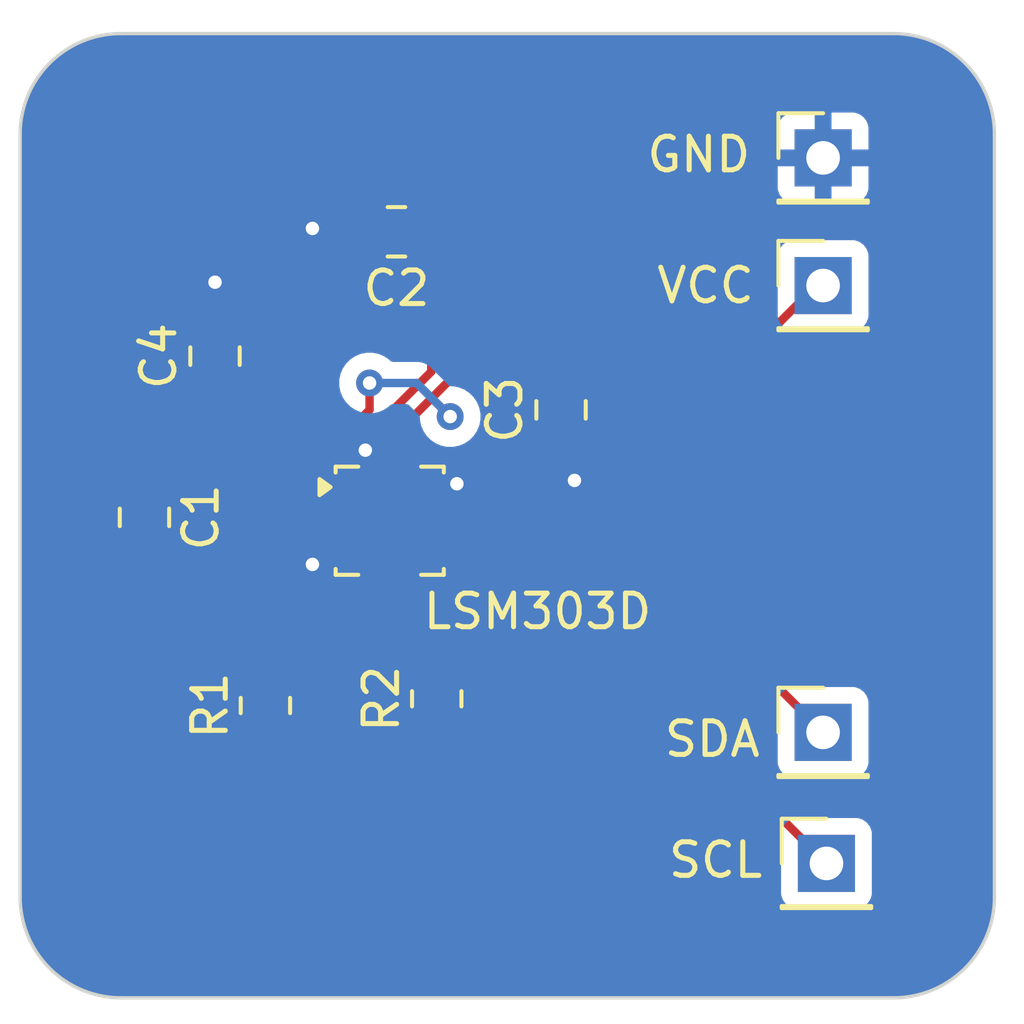
<source format=kicad_pcb>
(kicad_pcb (version 20241229) (generator "pcbnew") (generator_version "9.0")
  (layers (0 "F.Cu" signal) (2 "B.Cu" signal) (13 "F.Paste" user) (15 "B.Paste" user) (5 "F.SilkS" user "F.Silkscreen") (7 "B.SilkS" user "B.Silkscreen") (1 "F.Mask" user) (3 "B.Mask" user) (25 "Edge.Cuts" user))
  (net 0 "")
  (net 1 "Net-(U1-SETC)")
  (net 2 "Net-(U1-SETP)")
  (net 3 "Net-(U1-C1)")
  (net 4 "GND")
  (net 5 "3.3V")
  (net 6 "SDA")
  (net 7 "SCL")
  (footprint "Package_LGA:LGA-16_3x3mm_P0.5mm_LayoutBorder3x5y" (layer "F.Cu") (at 171 103.9)
    (property "Reference" "LSM303D" (at 4.4 2.7 0) (layer "F.SilkS"))
    (property "Value" "LSM303D")
    (fp_line (start -1.61 -1.61) (end -0.935 -1.61) (stroke (width 0.12)) (layer "F.SilkS"))
    (fp_line (start -1.61 -1.435) (end -1.61 -1.61) (stroke (width 0.12)) (layer "F.SilkS"))
    (fp_line (start -1.61 1.61) (end -1.61 1.435) (stroke (width 0.12)) (layer "F.SilkS"))
    (fp_line (start -0.935 1.61) (end -1.61 1.61) (stroke (width 0.12)) (layer "F.SilkS"))
    (fp_line (start 0.935 -1.61) (end 1.61 -1.61) (stroke (width 0.12)) (layer "F.SilkS"))
    (fp_line (start 1.61 -1.61) (end 1.61 -1.435) (stroke (width 0.12)) (layer "F.SilkS"))
    (fp_line (start 1.61 1.435) (end 1.61 1.61) (stroke (width 0.12)) (layer "F.SilkS"))
    (fp_line (start 1.61 1.61) (end 0.935 1.61) (stroke (width 0.12)) (layer "F.SilkS"))
    (fp_poly (pts (xy -1.76 -1) (xy -2.09 -0.76) (xy -2.09 -1.24)) (stroke (width 0.12)) (fill yes) (layer "F.SilkS"))
    (pad "1" smd roundrect (at -1.225 -1) (size 0.55 0.35) (layers "F.Cu" "F.Mask" "F.Paste") (net 5 "3.3V"))
    (pad "2" smd roundrect (at -1.225 -0.5) (size 0.55 0.35) (layers "F.Cu" "F.Mask" "F.Paste") (net 1 "Net-(U1-SETC)"))
    (pad "3" smd roundrect (at -1.225 0) (size 0.55 0.35) (layers "F.Cu" "F.Mask" "F.Paste") (net 2 "Net-(U1-SETP)"))
    (pad "4" smd roundrect (at -1.225 0.5) (size 0.55 0.35) (layers "F.Cu" "F.Mask" "F.Paste") (net 7 "SCL"))
    (pad "5" smd roundrect (at -1.225 1) (size 0.55 0.35) (layers "F.Cu" "F.Mask" "F.Paste") (net 4 "GND"))
    (pad "6" smd roundrect (at -0.5 1.225) (size 0.35 0.55) (layers "F.Cu" "F.Mask" "F.Paste") (net 6 "SDA"))
    (pad "7" smd roundrect (at 0 1.225) (size 0.35 0.55) (layers "F.Cu" "F.Mask" "F.Paste"))
    (pad "8" smd roundrect (at 0.5 1.225) (size 0.35 0.55) (layers "F.Cu" "F.Mask" "F.Paste"))
    (pad "9" smd roundrect (at 1.225 1) (size 0.55 0.35) (layers "F.Cu" "F.Mask" "F.Paste"))
    (pad "10" smd roundrect (at 1.225 0.5) (size 0.55 0.35) (layers "F.Cu" "F.Mask" "F.Paste") (net 4 "GND"))
    (pad "11" smd roundrect (at 1.225 0) (size 0.55 0.35) (layers "F.Cu" "F.Mask" "F.Paste"))
    (pad "12" smd roundrect (at 1.225 -0.5) (size 0.55 0.35) (layers "F.Cu" "F.Mask" "F.Paste") (net 4 "GND"))
    (pad "13" smd roundrect (at 1.225 -1) (size 0.55 0.35) (layers "F.Cu" "F.Mask" "F.Paste") (net 4 "GND"))
    (pad "14" smd roundrect (at 0.5 -1.225) (size 0.35 0.55) (layers "F.Cu" "F.Mask" "F.Paste") (net 5 "3.3V"))
    (pad "15" smd roundrect (at 0 -1.225) (size 0.35 0.55) (layers "F.Cu" "F.Mask" "F.Paste") (net 3 "Net-(U1-C1)"))
    (pad "16" smd roundrect (at -0.5 -1.225) (size 0.35 0.55) (layers "F.Cu" "F.Mask" "F.Paste") (net 4 "GND"))
  )
  (footprint "Connector_PinHeader_2.54mm:PinHeader_1x01_P2.54mm_Vertical" (layer "F.Cu") (at 183.9 93.1)
    (property "Reference" "GND" (at -3.7 -0.1 0) (layer "F.SilkS"))
    (property "Value" "GND")
    (fp_line (start -1.33 -1.33) (end 0 -1.33) (stroke (width 0.12)) (layer "F.SilkS"))
    (fp_line (start -1.33 0) (end -1.33 -1.33) (stroke (width 0.12)) (layer "F.SilkS"))
    (fp_line (start -1.33 1.27) (end -1.33 1.33) (stroke (width 0.12)) (layer "F.SilkS"))
    (fp_line (start -1.33 1.27) (end 1.33 1.27) (stroke (width 0.12)) (layer "F.SilkS"))
    (fp_line (start -1.33 1.33) (end 1.33 1.33) (stroke (width 0.12)) (layer "F.SilkS"))
    (fp_line (start 1.33 1.27) (end 1.33 1.33) (stroke (width 0.12)) (layer "F.SilkS"))
    (pad "1" thru_hole rect (at 0 0) (size 1.7 1.7) (drill 1) (layers "*.Cu" "*.Mask") (net 4 "GND"))
  )
  (footprint "Capacitor_SMD:C_0805_2012Metric_Pad1.18x1.45mm_HandSolder" (layer "F.Cu") (at 176.1 100.6 90)
    (property "Reference" "C3" (at 0 -1.68 90) (layer "F.SilkS"))
    (property "Value" "100nF")
    (fp_line (start -0.261252 -0.735) (end 0.261252 -0.735) (stroke (width 0.12)) (layer "F.SilkS"))
    (fp_line (start -0.261252 0.735) (end 0.261252 0.735) (stroke (width 0.12)) (layer "F.SilkS"))
    (pad "1" smd roundrect (at -1.0375 0 90) (size 1.175 1.45) (layers "F.Cu" "F.Mask" "F.Paste") (roundrect_rratio 0.212766) (net 4 "GND"))
    (pad "2" smd roundrect (at 1.0375 0 90) (size 1.175 1.45) (layers "F.Cu" "F.Mask" "F.Paste") (roundrect_rratio 0.212766) (net 5 "3.3V"))
  )
  (footprint "Capacitor_SMD:C_0805_2012Metric_Pad1.18x1.45mm_HandSolder" (layer "F.Cu") (at 165.8 99 90)
    (property "Reference" "C4" (at 0 -1.68 90) (layer "F.SilkS"))
    (property "Value" "10nF")
    (fp_line (start -0.261252 -0.735) (end 0.261252 -0.735) (stroke (width 0.12)) (layer "F.SilkS"))
    (fp_line (start -0.261252 0.735) (end 0.261252 0.735) (stroke (width 0.12)) (layer "F.SilkS"))
    (pad "1" smd roundrect (at -1.0375 0 90) (size 1.175 1.45) (layers "F.Cu" "F.Mask" "F.Paste") (roundrect_rratio 0.212766) (net 5 "3.3V"))
    (pad "2" smd roundrect (at 1.0375 0 90) (size 1.175 1.45) (layers "F.Cu" "F.Mask" "F.Paste") (roundrect_rratio 0.212766) (net 4 "GND"))
  )
  (footprint "Resistor_SMD:R_0805_2012Metric_Pad1.20x1.40mm_HandSolder" (layer "F.Cu") (at 172.4 109.2 90)
    (property "Reference" "R2" (at 0 -1.65 90) (layer "F.SilkS"))
    (property "Value" "4.7K")
    (fp_line (start -0.227064 -0.735) (end 0.227064 -0.735) (stroke (width 0.12)) (layer "F.SilkS"))
    (fp_line (start -0.227064 0.735) (end 0.227064 0.735) (stroke (width 0.12)) (layer "F.SilkS"))
    (pad "1" smd roundrect (at -1 0 90) (size 1.2 1.4) (layers "F.Cu" "F.Mask" "F.Paste") (roundrect_rratio 0.208333) (net 5 "3.3V"))
    (pad "2" smd roundrect (at 1 0 90) (size 1.2 1.4) (layers "F.Cu" "F.Mask" "F.Paste") (roundrect_rratio 0.208333) (net 6 "SDA"))
  )
  (footprint "Capacitor_SMD:C_0805_2012Metric_Pad1.18x1.45mm_HandSolder" (layer "F.Cu") (at 171.2 95.3 180)
    (property "Reference" "C2" (at 0 -1.68 0) (layer "F.SilkS"))
    (property "Value" "4.7uF")
    (fp_line (start -0.261252 0.735) (end 0.261252 0.735) (stroke (width 0.12)) (layer "F.SilkS"))
    (fp_line (start -0.261252 -0.735) (end 0.261252 -0.735) (stroke (width 0.12)) (layer "F.SilkS"))
    (pad "1" smd roundrect (at -1.0375 0 180) (size 1.175 1.45) (layers "F.Cu" "F.Mask" "F.Paste") (roundrect_rratio 0.212766) (net 3 "Net-(U1-C1)"))
    (pad "2" smd roundrect (at 1.0375 0 180) (size 1.175 1.45) (layers "F.Cu" "F.Mask" "F.Paste") (roundrect_rratio 0.212766) (net 4 "GND"))
  )
  (footprint "Connector_PinHeader_2.54mm:PinHeader_1x01_P2.54mm_Vertical" (layer "F.Cu") (at 183.9 110.2)
    (property "Reference" "SDA" (at -3.3 0.2 0) (layer "F.SilkS"))
    (property "Value" "SDA")
    (fp_line (start -1.33 -1.33) (end 0 -1.33) (stroke (width 0.12)) (layer "F.SilkS"))
    (fp_line (start -1.33 0) (end -1.33 -1.33) (stroke (width 0.12)) (layer "F.SilkS"))
    (fp_line (start -1.33 1.27) (end -1.33 1.33) (stroke (width 0.12)) (layer "F.SilkS"))
    (fp_line (start -1.33 1.27) (end 1.33 1.27) (stroke (width 0.12)) (layer "F.SilkS"))
    (fp_line (start -1.33 1.33) (end 1.33 1.33) (stroke (width 0.12)) (layer "F.SilkS"))
    (fp_line (start 1.33 1.27) (end 1.33 1.33) (stroke (width 0.12)) (layer "F.SilkS"))
    (pad "1" thru_hole rect (at 0 0) (size 1.7 1.7) (drill 1) (layers "*.Cu" "*.Mask") (net 6 "SDA"))
  )
  (footprint "Connector_PinHeader_2.54mm:PinHeader_1x01_P2.54mm_Vertical" (layer "F.Cu") (at 183.9 96.9)
    (property "Reference" "VCC" (at -3.5 0 0) (layer "F.SilkS"))
    (property "Value" "3.3V")
    (fp_line (start -1.33 -1.33) (end 0 -1.33) (stroke (width 0.12)) (layer "F.SilkS"))
    (fp_line (start -1.33 0) (end -1.33 -1.33) (stroke (width 0.12)) (layer "F.SilkS"))
    (fp_line (start -1.33 1.27) (end -1.33 1.33) (stroke (width 0.12)) (layer "F.SilkS"))
    (fp_line (start -1.33 1.27) (end 1.33 1.27) (stroke (width 0.12)) (layer "F.SilkS"))
    (fp_line (start -1.33 1.33) (end 1.33 1.33) (stroke (width 0.12)) (layer "F.SilkS"))
    (fp_line (start 1.33 1.27) (end 1.33 1.33) (stroke (width 0.12)) (layer "F.SilkS"))
    (pad "1" thru_hole rect (at 0 0) (size 1.7 1.7) (drill 1) (layers "*.Cu" "*.Mask") (net 5 "3.3V"))
  )
  (footprint "Connector_PinHeader_2.54mm:PinHeader_1x01_P2.54mm_Vertical" (layer "F.Cu") (at 184 114.1)
    (property "Reference" "SCL" (at -3.3 -0.1 0) (layer "F.SilkS"))
    (property "Value" "SCL")
    (fp_line (start -1.33 -1.33) (end 0 -1.33) (stroke (width 0.12)) (layer "F.SilkS"))
    (fp_line (start -1.33 0) (end -1.33 -1.33) (stroke (width 0.12)) (layer "F.SilkS"))
    (fp_line (start -1.33 1.27) (end -1.33 1.33) (stroke (width 0.12)) (layer "F.SilkS"))
    (fp_line (start -1.33 1.27) (end 1.33 1.27) (stroke (width 0.12)) (layer "F.SilkS"))
    (fp_line (start -1.33 1.33) (end 1.33 1.33) (stroke (width 0.12)) (layer "F.SilkS"))
    (fp_line (start 1.33 1.27) (end 1.33 1.33) (stroke (width 0.12)) (layer "F.SilkS"))
    (pad "1" thru_hole rect (at 0 0) (size 1.7 1.7) (drill 1) (layers "*.Cu" "*.Mask") (net 7 "SCL"))
  )
  (footprint "Capacitor_SMD:C_0805_2012Metric_Pad1.18x1.45mm_HandSolder" (layer "F.Cu") (at 163.7 103.8 -90)
    (property "Reference" "C1" (at 0 -1.68 90) (layer "F.SilkS"))
    (property "Value" "220nF")
    (fp_line (start -0.261252 0.735) (end 0.261252 0.735) (stroke (width 0.12)) (layer "F.SilkS"))
    (fp_line (start -0.261252 -0.735) (end 0.261252 -0.735) (stroke (width 0.12)) (layer "F.SilkS"))
    (pad "1" smd roundrect (at -1.0375 0 270) (size 1.175 1.45) (layers "F.Cu" "F.Mask" "F.Paste") (roundrect_rratio 0.212766) (net 1 "Net-(U1-SETC)"))
    (pad "2" smd roundrect (at 1.0375 0 270) (size 1.175 1.45) (layers "F.Cu" "F.Mask" "F.Paste") (roundrect_rratio 0.212766) (net 2 "Net-(U1-SETP)"))
  )
  (footprint "Resistor_SMD:R_0805_2012Metric_Pad1.20x1.40mm_HandSolder" (layer "F.Cu") (at 167.3 109.4 90)
    (property "Reference" "R1" (at 0 -1.65 90) (layer "F.SilkS"))
    (property "Value" "4.7K")
    (fp_line (start -0.227064 -0.735) (end 0.227064 -0.735) (stroke (width 0.12)) (layer "F.SilkS"))
    (fp_line (start -0.227064 0.735) (end 0.227064 0.735) (stroke (width 0.12)) (layer "F.SilkS"))
    (pad "1" smd roundrect (at -1 0 90) (size 1.2 1.4) (layers "F.Cu" "F.Mask" "F.Paste") (roundrect_rratio 0.208333) (net 5 "3.3V"))
    (pad "2" smd roundrect (at 1 0 90) (size 1.2 1.4) (layers "F.Cu" "F.Mask" "F.Paste") (roundrect_rratio 0.208333) (net 7 "SCL"))
  )
  (gr_line (start 189 92.4) (end 189 115.1) (stroke (width 0.1)) (layer "Edge.Cuts"))
  (gr_arc (start 163 118.1) (mid 160.87868 117.22132) (end 160 115.1) (stroke (width 0.1)) (layer "Edge.Cuts"))
  (gr_line (start 186 118.1) (end 163 118.1) (stroke (width 0.1)) (layer "Edge.Cuts"))
  (gr_arc (start 160 92.4) (mid 160.87868 90.27868) (end 163 89.4) (stroke (width 0.1)) (layer "Edge.Cuts"))
  (gr_arc (start 186 89.4) (mid 188.12132 90.27868) (end 189 92.4) (stroke (width 0.1)) (layer "Edge.Cuts"))
  (gr_line (start 163 89.4) (end 186 89.4) (stroke (width 0.1)) (layer "Edge.Cuts"))
  (gr_arc (start 189 115.1) (mid 188.12132 117.22132) (end 186 118.1) (stroke (width 0.1)) (layer "Edge.Cuts"))
  (gr_line (start 160 115.1) (end 160 92.4) (stroke (width 0.1)) (layer "Edge.Cuts"))
  (segment (start 163.7 102.7625) (end 166.9625 102.7625) (width 0.25) (layer "F.Cu") (net 1))
  (segment (start 166.9625 102.7625) (end 167.6 103.4) (width 0.25) (layer "F.Cu") (net 1))
  (segment (start 167.6 103.4) (end 169.775 103.4) (width 0.25) (layer "F.Cu") (net 1))
  (segment (start 166.4625 104.8375) (end 167.4 103.9) (width 0.25) (layer "F.Cu") (net 2))
  (segment (start 167.4 103.9) (end 169.775 103.9) (width 0.25) (layer "F.Cu") (net 2))
  (segment (start 163.7 104.8375) (end 166.4625 104.8375) (width 0.25) (layer "F.Cu") (net 2))
  (segment (start 172.2375 99.4625) (end 171 100.7) (width 0.25) (layer "F.Cu") (net 3))
  (segment (start 171 100.7) (end 171 102.675) (width 0.25) (layer "F.Cu") (net 3))
  (segment (start 172.2375 95.3) (end 172.2375 99.4625) (width 0.25) (layer "F.Cu") (net 3))
  (segment (start 170.5 102.025) (end 170.275 101.8) (width 0.25) (layer "F.Cu") (net 4))
  (segment (start 168.8 95.3) (end 168.7 95.2) (width 0.25) (layer "F.Cu") (net 4))
  (segment (start 172.225 103.4) (end 172.4 103.4) (width 0.25) (layer "F.Cu") (net 4))
  (segment (start 176.1 101.6375) (end 176.1 102.3) (width 0.25) (layer "F.Cu") (net 4))
  (segment (start 170.5 102.675) (end 170.5 102.025) (width 0.25) (layer "F.Cu") (net 4))
  (segment (start 172.9 102.9) (end 173 102.8) (width 0.25) (layer "F.Cu") (net 4))
  (segment (start 170.1625 95.3) (end 168.8 95.3) (width 0.25) (layer "F.Cu") (net 4))
  (segment (start 173.1 104.4) (end 173.1 102.9) (width 0.25) (layer "F.Cu") (net 4))
  (segment (start 172.4 103.4) (end 173 102.8) (width 0.25) (layer "F.Cu") (net 4))
  (segment (start 165.8 97.9625) (end 165.8 96.8) (width 0.25) (layer "F.Cu") (net 4))
  (segment (start 172.225 102.9) (end 172.9 102.9) (width 0.25) (layer "F.Cu") (net 4))
  (segment (start 169.775 104.9) (end 169 104.9) (width 0.25) (layer "F.Cu") (net 4))
  (segment (start 169 104.9) (end 168.7 105.2) (width 0.25) (layer "F.Cu") (net 4))
  (segment (start 172.225 104.4) (end 173.1 104.4) (width 0.25) (layer "F.Cu") (net 4))
  (segment (start 173.1 102.9) (end 173 102.8) (width 0.25) (layer "F.Cu") (net 4))
  (segment (start 176.1 102.3) (end 176.5 102.7) (width 0.25) (layer "F.Cu") (net 4))
  (via (at 170.275 101.8) (size 0.8) (drill 0.4) (layers "F.Cu" "B.Cu") (net 4))
  (via (at 168.7 95.2) (size 0.8) (drill 0.4) (layers "F.Cu" "B.Cu") (net 4))
  (via (at 168.7 105.2) (size 0.8) (drill 0.4) (layers "F.Cu" "B.Cu") (net 4))
  (via (at 173 102.8) (size 0.8) (drill 0.4) (layers "F.Cu" "B.Cu") (net 4))
  (via (at 165.8 96.8) (size 0.8) (drill 0.4) (layers "F.Cu" "B.Cu") (net 4))
  (via (at 176.5 102.7) (size 0.8) (drill 0.4) (layers "F.Cu" "B.Cu") (net 4))
  (segment (start 168.1 102.9) (end 170.4 100.6) (width 0.25) (layer "F.Cu") (net 5))
  (segment (start 183.9 96.9) (end 183.7 96.9) (width 0.25) (layer "F.Cu") (net 5))
  (segment (start 165.8 100.0375) (end 165.8 100.6) (width 0.25) (layer "F.Cu") (net 5))
  (segment (start 161.7 109.8) (end 161.9 109.8) (width 0.25) (layer "F.Cu") (net 5))
  (segment (start 165.8 100.0375) (end 163.6625 100.0375) (width 0.25) (layer "F.Cu") (net 5))
  (segment (start 163.6625 100.0375) (end 161.7 102) (width 0.25) (layer "F.Cu") (net 5))
  (segment (start 170.4 100.6) (end 170.4 99.8) (width 0.25) (layer "F.Cu") (net 5))
  (segment (start 181.0375 99.5625) (end 176.1 99.5625) (width 0.25) (layer "F.Cu") (net 5))
  (segment (start 172.9375 99.5625) (end 172.25 100.25) (width 0.25) (layer "F.Cu") (net 5))
  (segment (start 172.25 100.25) (end 171.5 101) (width 0.25) (layer "F.Cu") (net 5))
  (segment (start 161.9 109.8) (end 162.5 110.4) (width 0.25) (layer "F.Cu") (net 5))
  (segment (start 171.5 101) (end 171.5 102.675) (width 0.25) (layer "F.Cu") (net 5))
  (segment (start 162.5 110.4) (end 167.3 110.4) (width 0.25) (layer "F.Cu") (net 5))
  (segment (start 183.7 96.9) (end 181.0375 99.5625) (width 0.25) (layer "F.Cu") (net 5))
  (segment (start 176.1 99.5625) (end 172.9375 99.5625) (width 0.25) (layer "F.Cu") (net 5))
  (segment (start 161.7 102) (end 161.7 109.8) (width 0.25) (layer "F.Cu") (net 5))
  (segment (start 168.1 102.9) (end 169.775 102.9) (width 0.25) (layer "F.Cu") (net 5))
  (segment (start 172.2 110.4) (end 172.4 110.2) (width 0.25) (layer "F.Cu") (net 5))
  (segment (start 172.8 100.8) (end 172.25 100.25) (width 0.25) (layer "F.Cu") (net 5))
  (segment (start 167.3 110.4) (end 172.2 110.4) (width 0.25) (layer "F.Cu") (net 5))
  (segment (start 165.8 100.6) (end 168.1 102.9) (width 0.25) (layer "F.Cu") (net 5))
  (via (at 172.8 100.8) (size 0.8) (drill 0.4) (layers "F.Cu" "B.Cu") (net 5))
  (via (at 170.4 99.8) (size 0.8) (drill 0.4) (layers "F.Cu" "B.Cu") (net 5))
  (segment (start 171.8 99.8) (end 172.8 100.8) (width 0.25) (layer "B.Cu") (net 5))
  (segment (start 170.4 99.8) (end 171.8 99.8) (width 0.25) (layer "B.Cu") (net 5))
  (segment (start 170.5 105.125) (end 170.5 107.7) (width 0.25) (layer "F.Cu") (net 6))
  (segment (start 170.5 107.7) (end 171 108.2) (width 0.25) (layer "F.Cu") (net 6))
  (segment (start 171 108.2) (end 172.4 108.2) (width 0.25) (layer "F.Cu") (net 6))
  (segment (start 181.9 108.2) (end 183.9 110.2) (width 0.25) (layer "F.Cu") (net 6))
  (segment (start 172.4 108.2) (end 181.9 108.2) (width 0.25) (layer "F.Cu") (net 6))
  (segment (start 169.775 104.4) (end 168.2 104.4) (width 0.25) (layer "F.Cu") (net 7))
  (segment (start 179.174 109.274) (end 184 114.1) (width 0.25) (layer "F.Cu") (net 7))
  (segment (start 168.174 109.274) (end 179.174 109.274) (width 0.25) (layer "F.Cu") (net 7))
  (segment (start 168.2 104.4) (end 167.3 105.3) (width 0.25) (layer "F.Cu") (net 7))
  (segment (start 167.3 105.3) (end 167.3 108.4) (width 0.25) (layer "F.Cu") (net 7))
  (segment (start 167.3 108.4) (end 168.174 109.274) (width 0.25) (layer "F.Cu") (net 7))
  (zone (net 4) (net_name "GND") (layer "B.Cu") (connect_pads (clearance 0.5)) (min_thickness 0.25) (fill yes (thermal_gap 0.5) (thermal_bridge_width 0.5))
    (polygon (pts (xy 159.4 88.8) (xy 189.8 88.4) (xy 189.9 118.7) (xy 159.4 118.9)))
  )
)
</source>
